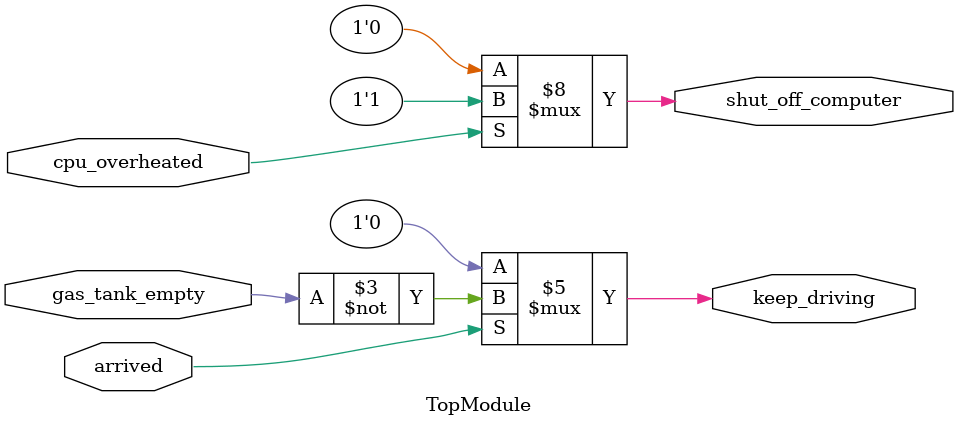
<source format=sv>

module TopModule (
    input   cpu_overheated,
    output reg shut_off_computer,
    input   arrived,
    input   gas_tank_empty,
    output reg keep_driving
);

    always @(*) begin
        if (cpu_overheated)
            shut_off_computer = 1;
        else
            shut_off_computer = 0;
    end

    always @(*) begin
        if (arrived)
            keep_driving = ~gas_tank_empty;
        else
            keep_driving = 0;
    end

endmodule
</source>
